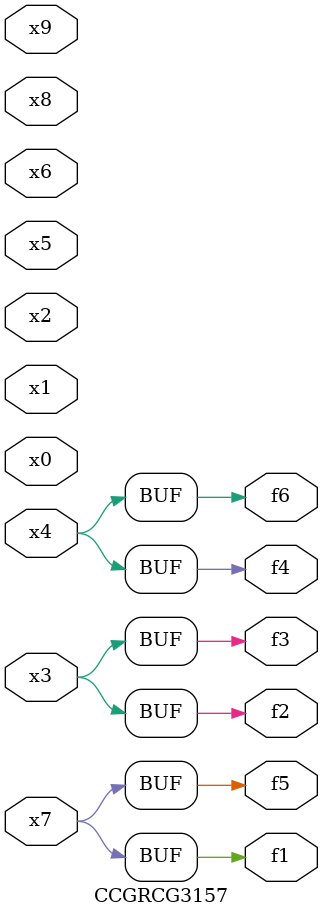
<source format=v>
module CCGRCG3157(
	input x0, x1, x2, x3, x4, x5, x6, x7, x8, x9,
	output f1, f2, f3, f4, f5, f6
);
	assign f1 = x7;
	assign f2 = x3;
	assign f3 = x3;
	assign f4 = x4;
	assign f5 = x7;
	assign f6 = x4;
endmodule

</source>
